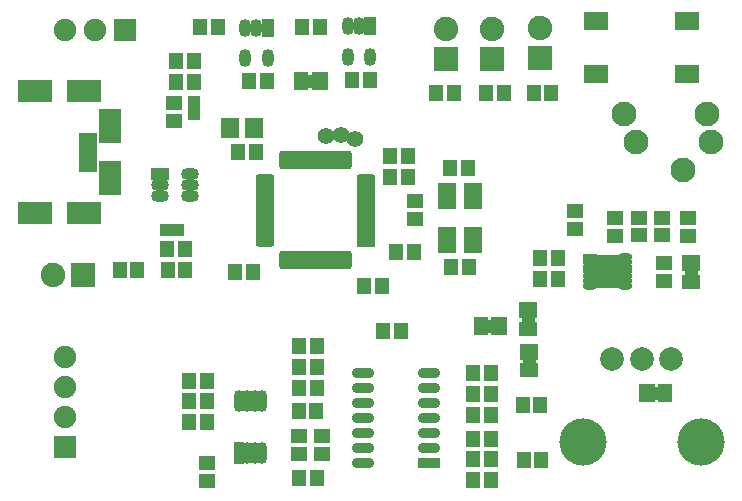
<source format=gbr>
G04 #@! TF.FileFunction,Soldermask,Top*
%FSLAX46Y46*%
G04 Gerber Fmt 4.6, Leading zero omitted, Abs format (unit mm)*
G04 Created by KiCad (PCBNEW 4.0.0-rc1-stable) date 26.11.2015 17:24:08*
%MOMM*%
G01*
G04 APERTURE LIST*
%ADD10C,0.100000*%
%ADD11C,1.100000*%
%ADD12R,1.289000X1.416000*%
%ADD13R,1.416000X1.289000*%
%ADD14R,1.543000X1.797000*%
%ADD15R,1.200000X1.200000*%
%ADD16R,1.200000X0.600000*%
%ADD17O,1.200000X0.600000*%
%ADD18R,1.035000X1.500000*%
%ADD19O,1.035000X1.500000*%
%ADD20O,0.850000X1.850000*%
%ADD21R,0.850000X1.850000*%
%ADD22O,1.900000X0.910000*%
%ADD23R,1.900000X0.910000*%
%ADD24R,1.600000X0.670000*%
%ADD25O,1.600000X0.670000*%
%ADD26O,0.670000X1.600000*%
%ADD27R,1.400000X1.500000*%
%ADD28R,1.300000X1.500000*%
%ADD29R,1.500000X1.400000*%
%ADD30R,1.500000X1.300000*%
%ADD31R,1.000000X1.000000*%
%ADD32R,1.499820X1.035000*%
%ADD33O,1.499820X1.035000*%
%ADD34R,1.300000X1.400000*%
%ADD35R,1.400000X1.300000*%
%ADD36C,4.000000*%
%ADD37C,2.000000*%
%ADD38R,2.000200X1.598880*%
%ADD39R,2.900000X1.900000*%
%ADD40R,1.900000X2.900000*%
%ADD41R,1.650000X0.800000*%
%ADD42C,2.099260*%
%ADD43R,1.900000X1.900000*%
%ADD44C,1.900000*%
%ADD45R,1.598880X2.299920*%
%ADD46R,2.076400X2.076400*%
%ADD47C,2.076400*%
%ADD48C,1.400000*%
G04 APERTURE END LIST*
D10*
D11*
X130867900Y-85019700D02*
X129867900Y-85019700D01*
X162533600Y-100719200D02*
X162533600Y-101719200D01*
X148757000Y-104691800D02*
X148757000Y-105691800D01*
X148811000Y-108235900D02*
X148811000Y-109235900D01*
X146076300Y-105797600D02*
X145076300Y-105797600D01*
X159100000Y-111400000D02*
X160100000Y-111400000D01*
D12*
X118241600Y-99223100D03*
X119765600Y-99223100D03*
D13*
X118823500Y-86877800D03*
X118823500Y-88401800D03*
D12*
X120485500Y-85139800D03*
X118961500Y-85139800D03*
X120485500Y-83339800D03*
X118961500Y-83339800D03*
D13*
X160241800Y-100469400D03*
X160241800Y-101993400D03*
X162321400Y-96584800D03*
X162321400Y-98108800D03*
X152746000Y-97586200D03*
X152746000Y-96062200D03*
D12*
X151333500Y-99980800D03*
X149809500Y-99980800D03*
X122494000Y-80468200D03*
X120970000Y-80468200D03*
X131189100Y-80488000D03*
X129665100Y-80488000D03*
X151333500Y-101777200D03*
X149809500Y-101777200D03*
X126672900Y-85060800D03*
X125148900Y-85060800D03*
X135395200Y-84948100D03*
X133871200Y-84948100D03*
D14*
X125604100Y-89000300D03*
X123572100Y-89000300D03*
D12*
X125760700Y-91029700D03*
X124236700Y-91029700D03*
X125466400Y-101189400D03*
X123942400Y-101189400D03*
X134922400Y-102417200D03*
X136446400Y-102417200D03*
D13*
X121581900Y-118929700D03*
X121581900Y-117405700D03*
D12*
X137576900Y-99466600D03*
X139100900Y-99466600D03*
X137078100Y-91417000D03*
X138602100Y-91417000D03*
X137097600Y-93176600D03*
X138621600Y-93176600D03*
X120064700Y-110402100D03*
X121588700Y-110402100D03*
X120068600Y-112155800D03*
X121592600Y-112155800D03*
X142194400Y-92354500D03*
X143718400Y-92354500D03*
X143741300Y-100798800D03*
X142217300Y-100798800D03*
X144115900Y-118791200D03*
X145639900Y-118791200D03*
X144120100Y-115300700D03*
X145644100Y-115300700D03*
X144099100Y-109767000D03*
X145623100Y-109767000D03*
X144106500Y-111522000D03*
X145630500Y-111522000D03*
X130872600Y-107475100D03*
X129348600Y-107475100D03*
X130887400Y-109226100D03*
X129363400Y-109226100D03*
X130912000Y-118650000D03*
X129388000Y-118650000D03*
D13*
X131350000Y-116612000D03*
X131350000Y-115088000D03*
D15*
X155900000Y-101150000D03*
X155100000Y-101150000D03*
X155900000Y-101950000D03*
X155100000Y-101950000D03*
X155900000Y-100350000D03*
X155100000Y-100350000D03*
D16*
X154000000Y-99950000D03*
D17*
X154000000Y-100350000D03*
X154000000Y-100750000D03*
X154000000Y-101150000D03*
X154000000Y-101550000D03*
X154000000Y-101950000D03*
X154000000Y-102350000D03*
X157000000Y-102350000D03*
X157000000Y-101950000D03*
X157000000Y-101550000D03*
X157000000Y-101150000D03*
X157000000Y-100750000D03*
X157000000Y-100350000D03*
X157000000Y-99950000D03*
D18*
X126715400Y-80502500D03*
D19*
X125765400Y-80502500D03*
X124815400Y-80502500D03*
X124815400Y-83102500D03*
X126715400Y-83102500D03*
D18*
X135385900Y-80371500D03*
D19*
X134435900Y-80371500D03*
X133485900Y-80371500D03*
X133485900Y-82971500D03*
X135385900Y-82971500D03*
D20*
X124982300Y-112128600D03*
X124332300Y-112128600D03*
X125632300Y-112128600D03*
X126282300Y-112128600D03*
X124982300Y-116528600D03*
D21*
X124332300Y-116528600D03*
D20*
X125632300Y-116528600D03*
X126282300Y-116528600D03*
D22*
X134756000Y-113550000D03*
X134756000Y-114820000D03*
X134756000Y-116090000D03*
X134756000Y-117360000D03*
X134756000Y-112280000D03*
X134756000Y-111010000D03*
X134756000Y-109740000D03*
X140344000Y-113550000D03*
X140344000Y-114820000D03*
X140344000Y-116090000D03*
D23*
X140344000Y-117360000D03*
D22*
X140344000Y-112280000D03*
X140344000Y-111010000D03*
X140344000Y-109740000D03*
D24*
X135038700Y-98712700D03*
D25*
X135038700Y-98212700D03*
X135038700Y-97712700D03*
X135038700Y-97212700D03*
X135038700Y-96712700D03*
X135038700Y-96212700D03*
X135038700Y-95712700D03*
X135038700Y-95212700D03*
X135038700Y-94712700D03*
X135038700Y-94212700D03*
X135038700Y-93712700D03*
X135038700Y-93212700D03*
D26*
X133538700Y-91712700D03*
X133038700Y-91712700D03*
X132538700Y-91712700D03*
X132038700Y-91712700D03*
X131538700Y-91712700D03*
X131038700Y-91712700D03*
X130538700Y-91712700D03*
X130038700Y-91712700D03*
X129538700Y-91712700D03*
X129038700Y-91712700D03*
X128538700Y-91712700D03*
X128038700Y-91712700D03*
D25*
X126538700Y-93212700D03*
X126538700Y-93712700D03*
X126538700Y-94212700D03*
X126538700Y-94712700D03*
X126538700Y-95212700D03*
X126538700Y-95712700D03*
X126538700Y-96212700D03*
X126538700Y-96712700D03*
X126538700Y-97212700D03*
X126538700Y-97712700D03*
X126538700Y-98212700D03*
X126538700Y-98712700D03*
D26*
X128038700Y-100212700D03*
X128538700Y-100212700D03*
X129038700Y-100212700D03*
X129538700Y-100212700D03*
X130038700Y-100212700D03*
X130538700Y-100212700D03*
X131038700Y-100212700D03*
X131538700Y-100212700D03*
X132038700Y-100212700D03*
X132538700Y-100212700D03*
X133038700Y-100212700D03*
X133538700Y-100212700D03*
D27*
X131117900Y-85019700D03*
D28*
X129567900Y-85019700D03*
D29*
X162533600Y-100469200D03*
D30*
X162533600Y-102019200D03*
D29*
X148757000Y-104441800D03*
D30*
X148757000Y-105991800D03*
D29*
X148811000Y-107985900D03*
D30*
X148811000Y-109535900D03*
D27*
X146326300Y-105797600D03*
D28*
X144776300Y-105797600D03*
D27*
X158850000Y-111400000D03*
D28*
X160400000Y-111400000D03*
D31*
X120523500Y-86839800D03*
X120523500Y-87839800D03*
X119103600Y-97623100D03*
X118103600Y-97623100D03*
D32*
X117570720Y-92867140D03*
D33*
X117570720Y-93817100D03*
X117570720Y-94767060D03*
X120171680Y-94767060D03*
X120171680Y-93817100D03*
X120171680Y-92867140D03*
D34*
X118253600Y-101023100D03*
X119753600Y-101023100D03*
D35*
X160155100Y-96601000D03*
X160155100Y-98101000D03*
X158143000Y-96590500D03*
X158143000Y-98090500D03*
X156173600Y-98114000D03*
X156173600Y-96614000D03*
D36*
X163400000Y-115550000D03*
X153400000Y-115550000D03*
D37*
X160900000Y-108550000D03*
X158400000Y-108550000D03*
X155900000Y-108550000D03*
D34*
X115702900Y-101045300D03*
X114202900Y-101045300D03*
X120101300Y-113929300D03*
X121601300Y-113929300D03*
D35*
X139185000Y-95207500D03*
X139185000Y-96707500D03*
D34*
X145201000Y-86071500D03*
X146701000Y-86071500D03*
X149246000Y-86046300D03*
X150746000Y-86046300D03*
X141008900Y-86008700D03*
X142508900Y-86008700D03*
X148400000Y-117091600D03*
X149900000Y-117091600D03*
X144136400Y-117050000D03*
X145636400Y-117050000D03*
X148320800Y-112480800D03*
X149820800Y-112480800D03*
X144133000Y-113269600D03*
X145633000Y-113269600D03*
X136504700Y-106207000D03*
X138004700Y-106207000D03*
X130912000Y-111016900D03*
X129412000Y-111016900D03*
X129350000Y-112950000D03*
X130850000Y-112950000D03*
D35*
X129350000Y-116600000D03*
X129350000Y-115100000D03*
D38*
X162260800Y-79939400D03*
X162260800Y-84460600D03*
X154539200Y-79939400D03*
X154539200Y-84460600D03*
D39*
X107010800Y-85900000D03*
X107010800Y-96200000D03*
X111210800Y-85900000D03*
X111210800Y-96200000D03*
D40*
X113410800Y-88850000D03*
X113410800Y-93250000D03*
D41*
X111535800Y-89750000D03*
X111535800Y-90400000D03*
X111535800Y-91050000D03*
X111535800Y-91700000D03*
X111535800Y-92350000D03*
D42*
X164299140Y-90200000D03*
X163900360Y-87799700D03*
X161898840Y-92600300D03*
X156900120Y-87799700D03*
X157900880Y-90200000D03*
D43*
X109537800Y-116006000D03*
D44*
X109537800Y-113466000D03*
X109537800Y-110926000D03*
X109537800Y-108386000D03*
D43*
X114615900Y-80721500D03*
D44*
X112075900Y-80721500D03*
X109535900Y-80721500D03*
D45*
X141883880Y-94749680D03*
X141883880Y-98447920D03*
X144083520Y-98447920D03*
X144083520Y-94749680D03*
D46*
X111101800Y-101469500D03*
D47*
X108561800Y-101469500D03*
D46*
X145700000Y-83170000D03*
D47*
X145700000Y-80630000D03*
D46*
X149800000Y-83070000D03*
D47*
X149800000Y-80530000D03*
D46*
X141800000Y-83170000D03*
D47*
X141800000Y-80630000D03*
D48*
X134124800Y-89913500D03*
X132930400Y-89601400D03*
X131655800Y-89641900D03*
M02*

</source>
